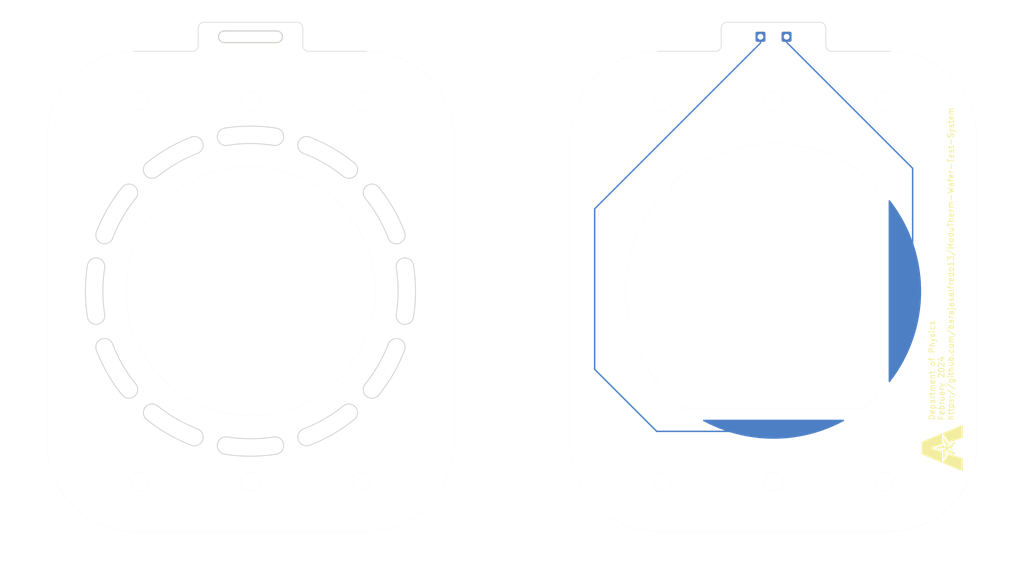
<source format=kicad_pcb>
(kicad_pcb (version 20240108) (generator "pcbnew") (generator_version "8.0")
  (layers (0 "F.Cu" signal) (31 "B.Cu" signal) (34 "B.Paste" user) (35 "F.Paste" user) (36 "B.SilkS" user "B.Silkscreen") (37 "F.SilkS" user "F.Silkscreen") (38 "B.Mask" user) (39 "F.Mask" user) (44 "Edge.Cuts" user))
  (net 0 "")
  (footprint "" (layer "F.Cu") (at 167.250167 36.225194)
    (property "Reference" "" (at 0 0 0) (layer "F.SilkS") (effects (font (size 1.27 1.27))))
    (property "Value" "" (at 0 0 0) (layer "F.SilkS") (effects (font (size 1.27 1.27))))
    (pad "1" thru_hole roundrect (at 0 0) (size 1.7 1.7) (drill 1) (layers "*.Cu" "*.Mask") (roundrect_rratio 0.147059))
  )
  (footprint "LOGO" (layer "F.Cu") (at 194 107 90)
    (property "Reference" "G***" (hide yes))
    (property "Value" "LOGO" (hide yes))
    (fp_poly (pts (xy -2.501595 0.06834) (xy -2.439968 0.11038) (xy -2.347292 0.175137) (xy -2.229614 0.258267) (xy -2.092979 0.355425) (xy -1.943433 0.462266) (xy -1.787022 0.574447) (xy -1.629792 0.687623) (xy -1.477789 0.797449) (xy -1.337059 0.899582) (xy -1.213647 0.989677) (xy -1.113601 1.063389) (xy -1.042965 1.116374) (xy -1.007786 1.144288) (xy -1.007306 1.144726) (xy -1.007125 1.175947) (xy -1.021909 1.246495) (xy -1.048988 1.345333) (xy -1.079228 1.44198) (xy -1.109518 1.534363) (xy -1.15359 1.669293) (xy -1.20877 1.83856) (xy -1.272383 2.033949) (xy -1.341756 2.247248) (xy -1.414214 2.470245) (xy -1.46761 2.634717) (xy -1.764171 3.54853) (xy -2.87907 3.54853) (xy -3.993969 3.54853) (xy -3.271382 1.800946) (xy -3.151662 1.512155) (xy -3.037511 1.23826) (xy -2.930606 0.983189) (xy -2.832619 0.750867) (xy -2.745226 0.545223) (xy -2.670102 0.370183) (xy -2.608921 0.229673) (xy -2.563357 0.127621) (xy -2.535085 0.067953) (xy -2.526127 0.053362)) (fill solid) (layer "F.SilkS"))
    (fp_poly (pts (xy 2.539808 0.077388) (xy 2.572082 0.14685) (xy 2.621274 0.257821) (xy 2.685711 0.406374) (xy 2.763717 0.588581) (xy 2.853618 0.800516) (xy 2.953739 1.038252) (xy 3.062406 1.297863) (xy 3.177944 1.575421) (xy 3.271382 1.800946) (xy 3.993969 3.54853) (xy 2.879071 3.54853) (xy 1.764172 3.54853) (xy 1.467611 2.634717) (xy 1.39459 2.409826) (xy 1.322698 2.188629) (xy 1.25461 1.979336) (xy 1.193001 1.79016) (xy 1.140543 1.629315) (xy 1.099912 1.505012) (xy 1.079228 1.44198) (xy 1.043897 1.327925) (xy 1.018622 1.232906) (xy 1.006072 1.167958) (xy 1.007307 1.144726) (xy 1.04123 1.117701) (xy 1.110807 1.065463) (xy 1.209991 0.992357) (xy 1.332737 0.902728) (xy 1.472999 0.800918) (xy 1.62473 0.691274) (xy 1.781885 0.578139) (xy 1.938418 0.465857) (xy 2.088283 0.358773) (xy 2.225433 0.261232) (xy 2.343824 0.177577) (xy 2.437408 0.112154) (xy 2.500141 0.069306) (xy 2.525976 0.053378) (xy 2.526128 0.053362)) (fill solid) (layer "F.SilkS"))
    (fp_poly (pts (xy 1.792144 -1.777168) (xy 1.911067 -1.489215) (xy 2.023814 -1.215591) (xy 2.128747 -0.960305) (xy 2.224234 -0.727364) (xy 2.308638 -0.520775) (xy 2.380325 -0.344546) (xy 2.437659 -0.202685) (xy 2.479006 -0.099199) (xy 2.502731 -0.038095) (xy 2.507984 -0.022577) (xy 2.482274 -0.017335) (xy 2.409023 -0.01291) (xy 2.294045 -0.009402) (xy 2.143154 -0.006909) (xy 1.962165 -0.005531) (xy 1.756893 -0.005368) (xy 1.557276 -0.006333) (xy 0.606569 -0.01334) (xy 0.311843 -0.927153) (xy 0.243701 -1.13701) (xy 0.180188 -1.32989) (xy 0.123242 -1.500116) (xy 0.0748 -1.642011) (xy 0.036799 -1.749898) (xy 0.011177 -1.818099) (xy 0 -1.840966) (xy -0.011825 -1.816489) (xy -0.037901 -1.746842) (xy -0.076289 -1.637703) (xy -0.125053 -1.49475) (xy -0.182255 -1.323658) (xy -0.245957 -1.130106) (xy -0.311842 -0.927153) (xy -0.606568 -0.01334) (xy -1.557276 -0.006333) (xy -1.776513 -0.005332) (xy -1.977909 -0.005597) (xy -2.155483 -0.007028) (xy -2.303249 -0.009527) (xy -2.415225 -0.012995) (xy -2.485427 -0.017331) (xy -2.507983 -0.02209) (xy -2.498035 -0.04993) (xy -2.469283 -0.123056) (xy -2.423359 -0.237462) (xy -2.3619 -0.389144) (xy -2.286539 -0.574095) (xy -2.198911 -0.78831) (xy -2.100651 -1.027783) (xy -1.993394 -1.288509) (xy -1.878774 -1.566483) (xy -1.791935 -1.776681) (xy -1.075886 -3.508508) (xy 0.000209 -3.508508) (xy 1.076303 -3.508508)) (fill solid) (layer "F.SilkS"))
    (fp_poly (pts (xy 0.018581 -1.070825) (xy 0.041114 -1.012583) (xy 0.051047 -0.980514) (xy 0.069206 -0.921023) (xy 0.10096 -0.820397) (xy 0.143247 -0.688193) (xy 0.193008 -0.533973) (xy 0.247179 -0.367295) (xy 0.260245 -0.327271) (xy 0.436631 0.212579) (xy 1.130551 0.219682) (xy 1.824471 0.226786) (xy 1.272425 0.626893) (xy 1.122596 0.736867) (xy 0.988219 0.838149) (xy 0.875073 0.926166) (xy 0.788943 0.996343) (xy 0.735608 1.044104) (xy 0.720378 1.063691) (xy 0.728383 1.09843) (xy 0.750866 1.17638) (xy 0.785533 1.290097) (xy 0.830088 1.432136) (xy 0.882236 1.595053) (xy 0.921085 1.714646) (xy 0.976366 1.885814) (xy 1.02481 2.039635) (xy 1.064291 2.169042) (xy 1.092685 2.26697) (xy 1.107869 2.326351) (xy 1.109462 2.341239) (xy 1.085463 2.329601) (xy 1.024461 2.290382) (xy 0.932393 2.22768) (xy 0.815197 2.14559) (xy 0.678813 2.048208) (xy 0.562375 1.963864) (xy 0.413938 1.856523) (xy 0.278959 1.760498) (xy 0.163628 1.680063) (xy 0.074134 1.619495) (xy 0.016666 1.583068) (xy -0.001808 1.57416) (xy -0.030697 1.589285) (xy -0.096309 1.631801) (xy -0.19243 1.697416) (xy -0.312843 1.781837) (xy -0.451334 1.880775) (xy -0.562102 1.96103) (xy -0.732026 2.084676) (xy -0.863753 2.179919) (xy -0.962079 2.249959) (xy -1.0318 2.297997) (xy -1.077715 2.327236) (xy -1.104619 2.340875) (xy -1.11731 2.342117) (xy -1.120585 2.334162) (xy -1.120588 2.333739) (xy -1.112657 2.305473) (xy -1.090375 2.233611) (xy -1.058131 2.131955) (xy -0.918372 2.131955) (xy -0.906936 2.127544) (xy -0.858948 2.094396) (xy -0.77994 2.036589) (xy -0.675443 1.958199) (xy -0.550986 1.863302) (xy -0.486922 1.813966) (xy -0.02668 1.458454) (xy -0.02668 1.177462) (xy -0.028618 1.065517) (xy -0.033866 0.97963) (xy -0.041573 0.929522) (xy -0.049023 0.921817) (xy -0.069977 0.949598) (xy -0.117542 1.014853) (xy -0.187393 1.111577) (xy -0.275204 1.233767) (xy -0.376651 1.375417) (xy -0.480473 1.520799) (xy -0.591256 1.676029) (xy -0.692844 1.818177) (xy -0.780819 1.941076) (xy -0.850763 2.038558) (xy -0.898256 2.104458) (xy -0.918372 2.131955) (xy -1.058131 2.131955) (xy -1.05601 2.125268) (xy -1.011826 1.987555) (xy -0.960093 1.827585) (xy -0.920483 1.705813) (xy -0.864642 1.533239) (xy -0.814803 1.376731) (xy -0.773254 1.243676) (xy -0.742282 1.141461) (xy -0.724175 1.077475) (xy -0.720378 1.059524) (xy -0.741153 1.035643) (xy -0.799629 0.985347) (xy -0.89003 0.913163) (xy -1.006581 0.823615) (xy -1.143508 0.721229) (xy -1.272424 0.626893) (xy -1.621458 0.373924) (xy -1.504386 0.373924) (xy -1.504085 0.374234) (xy -1.475222 0.396374) (xy -1.409489 0.443392) (xy -1.314163 0.51019) (xy -1.196522 0.591671) (xy -1.063843 0.682737) (xy -1.056019 0.688083) (xy -0.632478 0.977407) (xy -0.355447 0.895584) (xy -0.315049 0.883652) (xy 0.095366 0.883652) (xy 0.108453 0.906098) (xy 0.148325 0.964896) (xy 0.210173 1.053389) (xy 0.289189 1.164923) (xy 0.380567 1.292845) (xy 0.479499 1.430498) (xy 0.581176 1.57123) (xy 0.680793 1.708385) (xy 0.773541 1.835309) (xy 0.854613 1.945347) (xy 0.919201 2.031845) (xy 0.962498 2.088148) (xy 0.979607 2.107618) (xy 0.973057 2.083831) (xy 0.951358 2.017612) (xy 0.917179 1.916828) (xy 0.873186 1.789347) (xy 0.823627 1.647532) (xy 0.7702 1.495651) (xy 0.721398 1.357187) (xy 0.680577 1.241644) (xy 0.651095 1.158527) (xy 0.637146 1.119614) (xy 0.616223 1.084223) (xy 0.575418 1.052086) (xy 0.505094 1.017776) (xy 0.395615 0.975864) (xy 0.358599 0.962719) (xy 0.251363 0.926271) (xy 0.164568 0.899123) (xy 0.109296 0.884606) (xy 0.095366 0.883652) (xy -0.315049 0.883652) (xy -0.078417 0.813761) (xy -0.285763 0.747059) (xy 0.099934 0.747059) (xy 0.129694 0.738781) (xy 0.203297 0.715411) (xy 0.314101 0.679142) (xy 0.455466 0.632168) (xy 0.620749 0.576685) (xy 0.803311 0.514887) (xy 0.827482 0.506668) (xy 1.534139 0.266277) (xy 1.283244 0.279882) (xy 1.145274 0.285836) (xy 0.979535 0.290717) (xy 0.811616 0.293853) (xy 0.72295 0.294608) (xy 0.413551 0.295729) (xy 0.246297 0.521394) (xy 0.179858 0.613506) (xy 0.129992 0.68747) (xy 0.102351 0.734571) (xy 0.099934 0.747059) (xy -0.285763 0.747059) (xy -0.432748 0.699775) (xy -0.704194 0.612597) (xy -0.928708 0.540847) (xy -1.110078 0.483375) (xy -1.252091 0.43903) (xy -1.358535 0.406661) (xy -1.433199 0.385117) (xy -1.47987 0.373247) (xy -1.502337 0.369899) (xy -1.504386 0.373924) (xy -1.621458 0.373924) (xy -1.793908 0.248937) (xy -0.346848 0.248937) (xy -0.333066 0.276672) (xy -0.296793 0.336086) (xy -0.245635 0.415752) (xy -0.187203 0.504247) (xy -0.129105 0.590145) (xy -0.078948 0.66202) (xy -0.044341 0.708447) (xy -0.033351 0.719701) (xy -0.031711 0.694298) (xy -0.030323 0.622131) (xy -0.02923 0.509797) (xy -0.028475 0.363893) (xy -0.028102 0.191015) (xy -0.028153 -0.002238) (xy -0.028251 -0.060031) (xy -0.029821 -0.840441) (xy -0.188335 -0.306974) (xy -0.235756 -0.146348) (xy -0.277514 -0.002931) (xy -0.311352 0.115363) (xy -0.335013 0.200619) (xy -0.34624 0.244922) (xy -0.346848 0.248937) (xy -1.793908 0.248937) (xy -1.824471 0.226786) (xy -1.130148 0.219682) (xy -0.435826 0.212577) (xy -0.224744 -0.440665) (xy -0.167197 -0.616921) (xy -0.114395 -0.775158) (xy -0.068672 -0.908661) (xy -0.032361 -1.010712) (xy -0.007799 -1.074595) (xy 0.002286 -1.093907)) (fill solid) (layer "F.SilkS"))
  )
  (footprint "" (layer "F.Cu") (at 162.750167 36.225194)
    (property "Reference" "" (at 0 0 0) (layer "F.SilkS") (effects (font (size 1.27 1.27))))
    (property "Value" "" (at 0 0 0) (layer "F.SilkS") (effects (font (size 1.27 1.27))))
    (pad "1" thru_hole roundrect (at 0 0) (size 1.7 1.7) (drill 1) (layers "*.Cu" "*.Mask") (roundrect_rratio 0.147059))
  )
  (gr_arc (start 147.34247 62.465493) (mid 147.345487 61.930911) (end 147.623454 61.47427) (stroke (width 0.01)) (layer "Edge.Cuts"))
  (gr_arc (start 55.260498 95.984749) (mid 55.038769 98.09446) (end 52.929062 97.87271) (stroke (width 0.15)) (layer "Edge.Cuts"))
  (gr_line (start 66 37.724987) (end 66 34.724987) (stroke (width 0.1)) (layer "Edge.Cuts"))
  (gr_arc (start 94.739502 64.015251) (mid 94.961231 61.90554) (end 97.070938 62.12729) (stroke (width 0.15)) (layer "Edge.Cuts"))
  (gr_arc (start 79.5 35.224987) (mid 80.5 36.224987) (end 79.5 37.224987) (stroke (width 0.2)) (layer "Edge.Cuts"))
  (gr_arc (start 92.872688 57.929048) (mid 93.09442 60.038743) (end 90.984726 60.260486) (stroke (width 0.15)) (layer "Edge.Cuts"))
  (gr_arc (start 70.5 37.224987) (mid 69.5 36.224987) (end 70.5 35.224987) (stroke (width 0.2)) (layer "Edge.Cuts"))
  (gr_line (start 145.000167 121.275194) (end 185.000167 121.275194) (stroke (width 0.01)) (layer "Edge.Cuts"))
  (gr_arc (start 49.912715 83.973448) (mid 48.665837 85.689646) (end 46.949652 84.442752) (stroke (width 0.15)) (layer "Edge.Cuts"))
  (gr_arc (start 65.897464 103.71295) (mid 66.760297 105.650877) (end 64.822362 106.51369) (stroke (width 0.15)) (layer "Edge.Cuts"))
  (gr_line (start 55 121.274987) (end 95 121.274987) (stroke (width 0.01)) (layer "Edge.Cuts"))
  (gr_arc (start 85.177639 53.486309) (mid 89.199989 55.404872) (end 92.872688 57.929048) (stroke (width 0.15)) (layer "Edge.Cuts"))
  (gr_arc (start 57.127312 102.070952) (mid 56.90558 99.961257) (end 59.015274 99.739514) (stroke (width 0.15)) (layer "Edge.Cuts"))
  (gr_arc (start 48.486322 90.177661) (mid 49.349144 88.239745) (end 51.287064 89.102558) (stroke (width 0.15)) (layer "Edge.Cuts"))
  (gr_arc (start 175.000167 38.725194) (mid 174.29306 38.432301) (end 174.000167 37.725194) (stroke (width 0.1)) (layer "Edge.Cuts"))
  (gr_arc (start 173.000167 33.725194) (mid 173.707274 34.018087) (end 174.000167 34.725194) (stroke (width 0.1)) (layer "Edge.Cuts"))
  (gr_line (start 174.000167 34.725194) (end 174.000167 37.725194) (stroke (width 0.1)) (layer "Edge.Cuts"))
  (gr_arc (start 145.221417 64.064039) (mid 145.655887 63.752551) (end 146.188735 63.709398) (stroke (width 0.01)) (layer "Edge.Cuts"))
  (gr_arc (start 59.015251 60.260499) (mid 62.299988 58.002962) (end 65.897442 56.287064) (stroke (width 0.15)) (layer "Edge.Cuts"))
  (gr_arc (start 65.897465 103.712949) (mid 62.300011 101.997052) (end 59.015274 99.739514) (stroke (width 0.15)) (layer "Edge.Cuts"))
  (gr_arc (start 84.102535 56.287051) (mid 87.699989 58.002948) (end 90.984726 60.260486) (stroke (width 0.15)) (layer "Edge.Cuts"))
  (gr_arc (start 55 121.274987) (mid 44.393399 116.881589) (end 40 106.274987) (stroke (width 0.01)) (layer "Edge.Cuts"))
  (gr_arc (start 51.287051 70.897465) (mid 53.002948 67.300011) (end 55.260486 64.015274) (stroke (width 0.15)) (layer "Edge.Cuts"))
  (gr_arc (start 200.000167 106.275194) (mid 195.606767 116.881792) (end 185.000167 121.275194) (stroke (width 0.01)) (layer "Edge.Cuts"))
  (gr_circle (center 184.050167 112.750194) (end 185.682117 112.750194) (stroke (width 0.01)) (fill none) (layer "Edge.Cuts"))
  (gr_arc (start 147.34247 62.465493) (mid 147.110544 63.407382) (end 146.188735 63.709398) (stroke (width 0.01)) (layer "Edge.Cuts"))
  (gr_arc (start 156.000167 37.725194) (mid 155.707274 38.432301) (end 155.000167 38.725194) (stroke (width 0.1)) (layer "Edge.Cuts"))
  (gr_arc (start 100.087285 76.026552) (mid 101.334163 74.310354) (end 103.050348 75.557248) (stroke (width 0.15)) (layer "Edge.Cuts"))
  (gr_arc (start 156.000167 34.725194) (mid 156.29306 34.018087) (end 157.000167 33.725194) (stroke (width 0.1)) (layer "Edge.Cuts"))
  (gr_arc (start 110 106.274987) (mid 105.606603 116.881589) (end 95 121.274987) (stroke (width 0.01)) (layer "Edge.Cuts"))
  (gr_arc (start 40 53.724987) (mid 44.393398 43.118386) (end 55 38.724987) (stroke (width 0.01)) (layer "Edge.Cuts"))
  (gr_line (start 157.000167 33.725194) (end 173.000167 33.725194) (stroke (width 0.1)) (layer "Edge.Cuts"))
  (gr_arc (start 70.557274 108.050349) (mid 69.310401 106.334166) (end 71.026578 105.087284) (stroke (width 0.15)) (layer "Edge.Cuts"))
  (gr_arc (start 51.28705 70.897464) (mid 49.349123 71.760297) (end 48.48631 69.822362) (stroke (width 0.15)) (layer "Edge.Cuts"))
  (gr_arc (start 149.490597 100.115194) (mid 139.776412 82.987193) (end 145.221417 64.064039) (stroke (width 0.01)) (layer "Edge.Cuts"))
  (gr_arc (start 79.442752 108.050349) (mid 75.000013 108.4) (end 70.557274 108.050349) (stroke (width 0.15)) (layer "Edge.Cuts"))
  (gr_arc (start 52.929048 62.127312) (mid 55.038743 61.90558) (end 55.260486 64.015274) (stroke (width 0.15)) (layer "Edge.Cuts"))
  (gr_arc (start 78.973448 105.087284) (mid 75.000013 105.4) (end 71.026578 105.087284) (stroke (width 0.15)) (layer "Edge.Cuts"))
  (gr_arc (start 57.12729 57.929061) (mid 60.799989 55.404885) (end 64.822339 53.486322) (stroke (width 0.15)) (layer "Edge.Cuts"))
  (gr_arc (start 182.804851 98.115194) (mid 181.687284 99.149609) (end 180.509737 100.115194) (stroke (width 0.01)) (layer "Edge.Cuts"))
  (gr_circle (center 165.000167 47.250194) (end 166.632117 47.250194) (stroke (width 0.01)) (fill none) (layer "Edge.Cuts"))
  (gr_circle (center 75 79.999987) (end 96.42 79.999987) (stroke (width 0.01)) (fill none) (layer "Edge.Cuts"))
  (gr_circle (center 94.05 47.249987) (end 95.68195 47.249987) (stroke (width 0.01)) (fill none) (layer "Edge.Cuts"))
  (gr_arc (start 71.026552 54.912715) (mid 69.310354 53.665837) (end 70.557248 51.949652) (stroke (width 0.15)) (layer "Edge.Cuts"))
  (gr_arc (start 66 37.724987) (mid 65.707107 38.432094) (end 65 38.724987) (stroke (width 0.1)) (layer "Edge.Cuts"))
  (gr_line (start 40 53.724987) (end 40 106.274987) (stroke (width 0.01)) (layer "Edge.Cuts"))
  (gr_arc (start 101.513691 90.177639) (mid 99.595128 94.199989) (end 97.070952 97.872688) (stroke (width 0.15)) (layer "Edge.Cuts"))
  (gr_circle (center 145.950167 47.250194) (end 147.582117 47.250194) (stroke (width 0.01)) (fill none) (layer "Edge.Cuts"))
  (gr_arc (start 48.486309 69.822361) (mid 50.404872 65.800011) (end 52.929048 62.127312) (stroke (width 0.15)) (layer "Edge.Cuts"))
  (gr_line (start 79.5 37.224987) (end 70.5 37.224987) (stroke (width 0.2)) (layer "Edge.Cuts"))
  (gr_arc (start 71.026552 54.912716) (mid 74.999987 54.6) (end 78.973422 54.912716) (stroke (width 0.15)) (layer "Edge.Cuts"))
  (gr_line (start 67 33.724987) (end 83 33.724987) (stroke (width 0.1)) (layer "Edge.Cuts"))
  (gr_line (start 200.000167 106.275194) (end 200.000167 53.725194) (stroke (width 0.01)) (layer "Edge.Cuts"))
  (gr_arc (start 46.949651 75.557274) (mid 48.665834 74.310401) (end 49.912716 76.026578) (stroke (width 0.15)) (layer "Edge.Cuts"))
  (gr_arc (start 79.442726 51.949651) (mid 80.689599 53.665834) (end 78.973422 54.912716) (stroke (width 0.15)) (layer "Edge.Cuts"))
  (gr_arc (start 55.260499 95.984749) (mid 53.002962 92.700012) (end 51.287064 89.102558) (stroke (width 0.15)) (layer "Edge.Cuts"))
  (gr_arc (start 103.050349 84.442726) (mid 101.334166 85.689599) (end 100.087284 83.973422) (stroke (width 0.15)) (layer "Edge.Cuts"))
  (gr_arc (start 90.984749 99.739502) (mid 93.09446 99.961231) (end 92.87271 102.070938) (stroke (width 0.15)) (layer "Edge.Cuts"))
  (gr_line (start 130.000167 53.725194) (end 130.000167 106.275194) (stroke (width 0.01)) (layer "Edge.Cuts"))
  (gr_arc (start 98.71295 89.102536) (mid 100.650877 88.239703) (end 101.51369 90.177638) (stroke (width 0.15)) (layer "Edge.Cuts"))
  (gr_arc (start 145.000167 121.275194) (mid 134.393567 116.881794) (end 130.000167 106.275194) (stroke (width 0.01)) (layer "Edge.Cuts"))
  (gr_line (start 65 38.724987) (end 55 38.724987) (stroke (width 0.1)) (layer "Edge.Cuts"))
  (gr_line (start 182.804851 61.885194) (end 182.804851 98.115194) (stroke (width 0.01)) (layer "Edge.Cuts"))
  (gr_arc (start 97.070952 97.872688) (mid 94.961257 98.09442) (end 94.739514 95.984726) (stroke (width 0.15)) (layer "Edge.Cuts"))
  (gr_arc (start 147.623454 61.47427) (mid 165.296822 54.601925) (end 182.804851 61.885194) (stroke (width 0.01)) (layer "Edge.Cuts"))
  (gr_line (start 84 34.724987) (end 84 37.724987) (stroke (width 0.1)) (layer "Edge.Cuts"))
  (gr_arc (start 46.949651 84.442752) (mid 46.6 80.000013) (end 46.949651 75.557274) (stroke (width 0.15)) (layer "Edge.Cuts"))
  (gr_circle (center 75 47.249987) (end 76.63195 47.249987) (stroke (width 0.01)) (fill none) (layer "Edge.Cuts"))
  (gr_arc (start 85 38.724987) (mid 84.292893 38.432094) (end 84 37.724987) (stroke (width 0.1)) (layer "Edge.Cuts"))
  (gr_circle (center 55.95 112.749987) (end 57.58195 112.749987) (stroke (width 0.01)) (fill none) (layer "Edge.Cuts"))
  (gr_line (start 70.5 35.224987) (end 79.5 35.224987) (stroke (width 0.2)) (layer "Edge.Cuts"))
  (gr_arc (start 103.050349 75.557248) (mid 103.4 79.999987) (end 103.050349 84.442726) (stroke (width 0.15)) (layer "Edge.Cuts"))
  (gr_arc (start 92.87271 102.070939) (mid 89.200011 104.595115) (end 85.177661 106.513678) (stroke (width 0.15)) (layer "Edge.Cuts"))
  (gr_arc (start 100.087284 76.026552) (mid 100.4 79.999987) (end 100.087284 83.973422) (stroke (width 0.15)) (layer "Edge.Cuts"))
  (gr_line (start 180.509737 100.115194) (end 149.490597 100.115194) (stroke (width 0.01)) (layer "Edge.Cuts"))
  (gr_line (start 110 106.274987) (end 110 53.724987) (stroke (width 0.01)) (layer "Edge.Cuts"))
  (gr_arc (start 130.000167 53.725194) (mid 134.393565 43.118593) (end 145.000167 38.725194) (stroke (width 0.01)) (layer "Edge.Cuts"))
  (gr_circle (center 55.95 47.249987) (end 57.58195 47.249987) (stroke (width 0.01)) (fill none) (layer "Edge.Cuts"))
  (gr_arc (start 83 33.724987) (mid 83.707107 34.01788) (end 84 34.724987) (stroke (width 0.1)) (layer "Edge.Cuts"))
  (gr_arc (start 52.929061 97.87271) (mid 50.404885 94.200011) (end 48.486322 90.177661) (stroke (width 0.15)) (layer "Edge.Cuts"))
  (gr_line (start 175.000167 38.725194) (end 185.000167 38.725194) (stroke (width 0.1)) (layer "Edge.Cuts"))
  (gr_arc (start 84.102536 56.28705) (mid 83.239703 54.349123) (end 85.177638 53.48631) (stroke (width 0.15)) (layer "Edge.Cuts"))
  (gr_arc (start 97.070939 62.12729) (mid 99.595115 65.799989) (end 101.513678 69.822339) (stroke (width 0.15)) (layer "Edge.Cuts"))
  (gr_arc (start 185.000167 38.725194) (mid 195.606769 43.118591) (end 200.000167 53.725194) (stroke (width 0.01)) (layer "Edge.Cuts"))
  (gr_line (start 156.000167 37.725194) (end 156.000167 34.725194) (stroke (width 0.1)) (layer "Edge.Cuts"))
  (gr_arc (start 64.822339 53.486322) (mid 66.760255 54.349144) (end 65.897442 56.287064) (stroke (width 0.15)) (layer "Edge.Cuts"))
  (gr_arc (start 95 38.724987) (mid 105.606602 43.118385) (end 110 53.724987) (stroke (width 0.01)) (layer "Edge.Cuts"))
  (gr_circle (center 165.000167 112.750194) (end 166.632117 112.750194) (stroke (width 0.01)) (fill none) (layer "Edge.Cuts"))
  (gr_arc (start 64.822361 106.513691) (mid 60.800011 104.595128) (end 57.127312 102.070952) (stroke (width 0.15)) (layer "Edge.Cuts"))
  (gr_arc (start 59.015251 60.260498) (mid 56.90554 60.038769) (end 57.12729 57.929062) (stroke (width 0.15)) (layer "Edge.Cuts"))
  (gr_arc (start 78.973448 105.087285) (mid 80.689646 106.334163) (end 79.442752 108.050348) (stroke (width 0.15)) (layer "Edge.Cuts"))
  (gr_arc (start 49.912716 83.973448) (mid 49.6 80.000013) (end 49.912716 76.026578) (stroke (width 0.15)) (layer "Edge.Cuts"))
  (gr_circle (center 94.05 112.749987) (end 95.68195 112.749987) (stroke (width 0.01)) (fill none) (layer "Edge.Cuts"))
  (gr_arc (start 66 34.724987) (mid 66.292893 34.01788) (end 67 33.724987) (stroke (width 0.1)) (layer "Edge.Cuts"))
  (gr_arc (start 98.712949 89.102535) (mid 96.997052 92.699989) (end 94.739514 95.984726) (stroke (width 0.15)) (layer "Edge.Cuts"))
  (gr_circle (center 75 112.749987) (end 76.63195 112.749987) (stroke (width 0.01)) (fill none) (layer "Edge.Cuts"))
  (gr_arc (start 85.177661 106.513678) (mid 83.239745 105.650856) (end 84.102558 103.712936) (stroke (width 0.15)) (layer "Edge.Cuts"))
  (gr_line (start 155.000167 38.725194) (end 145.000167 38.725194) (stroke (width 0.1)) (layer "Edge.Cuts"))
  (gr_line (start 85 38.724987) (end 95 38.724987) (stroke (width 0.1)) (layer "Edge.Cuts"))
  (gr_arc (start 70.557248 51.949651) (mid 74.999987 51.6) (end 79.442726 51.949651) (stroke (width 0.15)) (layer "Edge.Cuts"))
  (gr_arc (start 90.984749 99.739501) (mid 87.700012 101.997038) (end 84.102558 103.712936) (stroke (width 0.15)) (layer "Edge.Cuts"))
  (gr_circle (center 184.050167 47.250194) (end 185.682117 47.250194) (stroke (width 0.01)) (fill none) (layer "Edge.Cuts"))
  (gr_circle (center 145.950167 112.750194) (end 147.582117 112.750194) (stroke (width 0.01)) (fill none) (layer "Edge.Cuts"))
  (gr_arc (start 94.739501 64.015251) (mid 96.997038 67.299988) (end 98.712936 70.897442) (stroke (width 0.15)) (layer "Edge.Cuts"))
  (gr_arc (start 101.513678 69.822339) (mid 100.650856 71.760255) (end 98.712936 70.897442) (stroke (width 0.15)) (layer "Edge.Cuts"))
  (gr_text "Department of Physics\nFebruary 2024\nhttps://github.com/barajasalfredo13/ModuTherm-Wafer-Test-System" (at 196.092 102.307 90) (layer "F.SilkS") (effects (font (size 1 1)) (justify left bottom)))
  (segment (start 162.750167 37.302833) (end 134.221 65.832) (width 0.25) (layer "B.Cu") (net 0))
  (segment (start 162.750167 36.225194) (end 162.750167 37.302833) (width 0.25) (layer "B.Cu") (net 0))
  (segment (start 188.939 58.864) (end 188.939 76.082) (width 0.25) (layer "B.Cu") (net 0))
  (segment (start 167.250167 37.175167) (end 188.939 58.864) (width 0.25) (layer "B.Cu") (net 0))
  (segment (start 167.250167 36.225194) (end 167.250167 37.175167) (width 0.25) (layer "B.Cu") (net 0))
  (segment (start 134.221 65.832) (end 134.221 93.451) (width 0.25) (layer "B.Cu") (net 0))
  (segment (start 144.896 104.126) (end 158.56 104.126) (width 0.25) (layer "B.Cu") (net 0))
  (segment (start 134.221 93.451) (end 144.896 104.126) (width 0.25) (layer "B.Cu") (net 0))
  (zone (net 0) (net_name "") (layer "B.Cu") (connect_pads (clearance 0.5)) (min_thickness 0.25) (fill yes (thermal_gap 0.5) (thermal_bridge_width 0.5) (island_removal_mode 1) (island_area_min 10))
    (polygon (pts (arc (start 152.506698 102.115193) (mid 165.000145 105.400086) (end 177.493555 102.11505))))
  )
  (zone (net 0) (net_name "") (layer "B.Cu") (connect_pads (clearance 0.5)) (min_thickness 0.25) (fill yes (thermal_gap 0.5) (thermal_bridge_width 0.5) (island_removal_mode 1) (island_area_min 10))
    (polygon (pts (xy 184.804661 95.903956) (xy 185.119221 95.508285) (xy 185.720344 94.695487) (xy 186.28865 93.859414) (xy 186.82324 93.001391) (xy 187.323267 92.122777) (xy 187.787939 91.224964) (xy 188.21652 90.309372) (xy 188.608332 89.377453) (xy 188.962754 88.430682) (xy 189.279224 87.470559) (xy 189.557242 86.498605) (xy 189.796366 85.516358) (xy 189.996219 84.525374) (xy 190.156484 83.527224) (xy 190.276906 82.523487) (xy 190.357296 81.515753) (xy 190.397526 80.505619) (xy 190.397532 79.494684) (xy 190.357314 78.484549) (xy 190.276936 77.476815) (xy 190.156526 76.473076) (xy 189.996273 75.474924) (xy 189.796432 74.483938) (xy 189.557319 73.501688) (xy 189.279313 72.52973) (xy 188.962854 71.569603) (xy 188.608444 70.622828) (xy 188.216643 69.690905) (xy 187.788073 68.775308) (xy 187.323412 67.877489) (xy 186.823395 66.998869) (xy 186.288815 66.14084) (xy 185.720519 65.30476) (xy 185.119406 64.491955) (xy 184.804851 64.09628)))
  )
)
</source>
